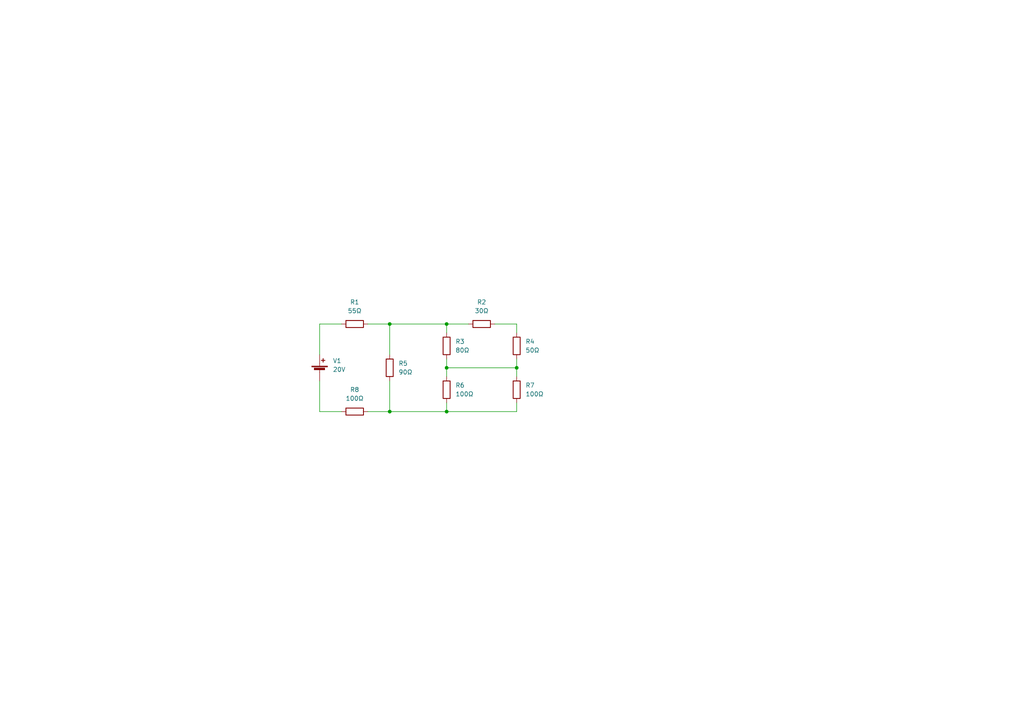
<source format=kicad_sch>
(kicad_sch (version 20230121) (generator eeschema)
  (paper "A4")
  (lib_symbols
    (symbol "Device:R" (pin_numbers hide) (pin_names (offset 0))
      (property "Reference" "R" (at 2.032 0 90))
      (property "Value" "R" (at 0 0 90))
      (symbol "R_0_1"
        (rectangle (start -1.016 -2.54) (end 1.016 2.54) (stroke (width 0.254)))
      )
      (symbol "R_1_1"
        (pin passive line (at 0 3.81 270) (length 1.27) (name "~") (number "1"))
        (pin passive line (at 0 -3.81 90) (length 1.27) (name "~") (number "2"))
      )
    )
    (symbol "Personalizado:fonte_tensao" (pin_numbers hide) (pin_names (offset 0) hide)
      (property "Reference" "V" (at 2.54 2.54 0))
      (symbol "fonte_tensao_0_1"
        (rectangle (start -2.286 1.778) (end 2.286 1.524) (fill (type outline)))
        (rectangle (start -1.5748 1.1938) (end 1.4732 0.6858) (fill (type outline)))
        (polyline (pts (xy 0 0.762) (xy 0 0)))
        (polyline (pts (xy 0 1.778) (xy 0 2.54)))
        (polyline (pts (xy 0.508 3.429) (xy 1.524 3.429)) (stroke (width 0.254)))
        (polyline (pts (xy 1.016 3.937) (xy 1.016 2.921)) (stroke (width 0.254)))
      )
      (symbol "fonte_tensao_1_1"
        (pin passive line (at 0 5.08 270) (length 2.54) (name "+") (number "1"))
        (pin passive line (at 0 -2.54 90) (length 2.54) (name "-") (number "2"))
      )
    )
  )
  (junction (at 113.03 119.38))
  (junction (at 129.54 106.68))
  (junction (at 129.54 93.98))
  (junction (at 113.03 93.98))
  (junction (at 129.54 119.38))
  (junction (at 149.86 106.68))
  (wire (pts (xy 113.03 93.98) (xy 129.54 93.98)))
  (wire (pts (xy 143.51 93.98) (xy 149.86 93.98)))
  (wire (pts (xy 106.68 119.38) (xy 113.03 119.38)))
  (wire (pts (xy 92.71 119.38) (xy 92.71 110.49)))
  (wire (pts (xy 149.86 93.98) (xy 149.86 96.52)))
  (wire (pts (xy 92.71 102.87) (xy 92.71 93.98)))
  (wire (pts (xy 106.68 93.98) (xy 113.03 93.98)))
  (wire (pts (xy 129.54 116.84) (xy 129.54 119.38)))
  (wire (pts (xy 129.54 106.68) (xy 149.86 106.68)))
  (wire (pts (xy 113.03 93.98) (xy 113.03 102.87)))
  (wire (pts (xy 129.54 119.38) (xy 149.86 119.38)))
  (wire (pts (xy 149.86 104.14) (xy 149.86 106.68)))
  (wire (pts (xy 113.03 110.49) (xy 113.03 119.38)))
  (wire (pts (xy 99.06 119.38) (xy 92.71 119.38)))
  (wire (pts (xy 113.03 119.38) (xy 129.54 119.38)))
  (wire (pts (xy 149.86 116.84) (xy 149.86 119.38)))
  (wire (pts (xy 129.54 93.98) (xy 135.89 93.98)))
  (wire (pts (xy 149.86 106.68) (xy 149.86 109.22)))
  (wire (pts (xy 129.54 93.98) (xy 129.54 96.52)))
  (wire (pts (xy 129.54 106.68) (xy 129.54 109.22)))
  (wire (pts (xy 92.71 93.98) (xy 99.06 93.98)))
  (wire (pts (xy 129.54 104.14) (xy 129.54 106.68)))
  (symbol (lib_id "Device:R") (at 149.86 113.03 0) (unit 1)
    (property "Reference" "R7" (at 152.4 111.76 0) (effects (justify left)))
    (property "Value" "100Ω" (at 152.4 114.3 0) (effects (justify left)))
  )
  (symbol (lib_id "Device:R") (at 149.86 100.33 0) (unit 1)
    (property "Reference" "R4" (at 152.4 99.06 0) (effects (justify left)))
    (property "Value" "50Ω" (at 152.4 101.6 0) (effects (justify left)))
  )
  (symbol (lib_id "Device:R") (at 129.54 113.03 0) (unit 1)
    (property "Reference" "R6" (at 132.08 111.76 0) (effects (justify left)))
    (property "Value" "100Ω" (at 132.08 114.3 0) (effects (justify left)))
  )
  (symbol (lib_id "Device:R") (at 102.87 119.38 90) (unit 1)
    (property "Reference" "R8" (at 102.87 113.03 90))
    (property "Value" "100Ω" (at 102.87 115.57 90))
  )
  (symbol (lib_id "Device:R") (at 129.54 100.33 0) (unit 1)
    (property "Reference" "R3" (at 132.08 99.06 0) (effects (justify left)))
    (property "Value" "80Ω" (at 132.08 101.6 0) (effects (justify left)))
  )
  (symbol (lib_id "Personalizado:fonte_tensao") (at 92.71 107.95 0) (unit 1)
    (property "Reference" "V1" (at 96.52 104.648 0) (effects (justify left)))
    (property "Value" "20V" (at 96.52 107.188 0) (effects (justify left)))
  )
  (symbol (lib_id "Device:R") (at 102.87 93.98 90) (unit 1)
    (property "Reference" "R1" (at 102.87 87.63 90))
    (property "Value" "55Ω" (at 102.87 90.17 90))
  )
  (symbol (lib_id "Device:R") (at 139.7 93.98 90) (unit 1)
    (property "Reference" "R2" (at 139.7 87.63 90))
    (property "Value" "30Ω" (at 139.7 90.17 90))
  )
  (symbol (lib_id "Device:R") (at 113.03 106.68 0) (unit 1)
    (property "Reference" "R5" (at 115.57 105.41 0) (effects (justify left)))
    (property "Value" "90Ω" (at 115.57 107.95 0) (effects (justify left)))
  )
)
</source>
